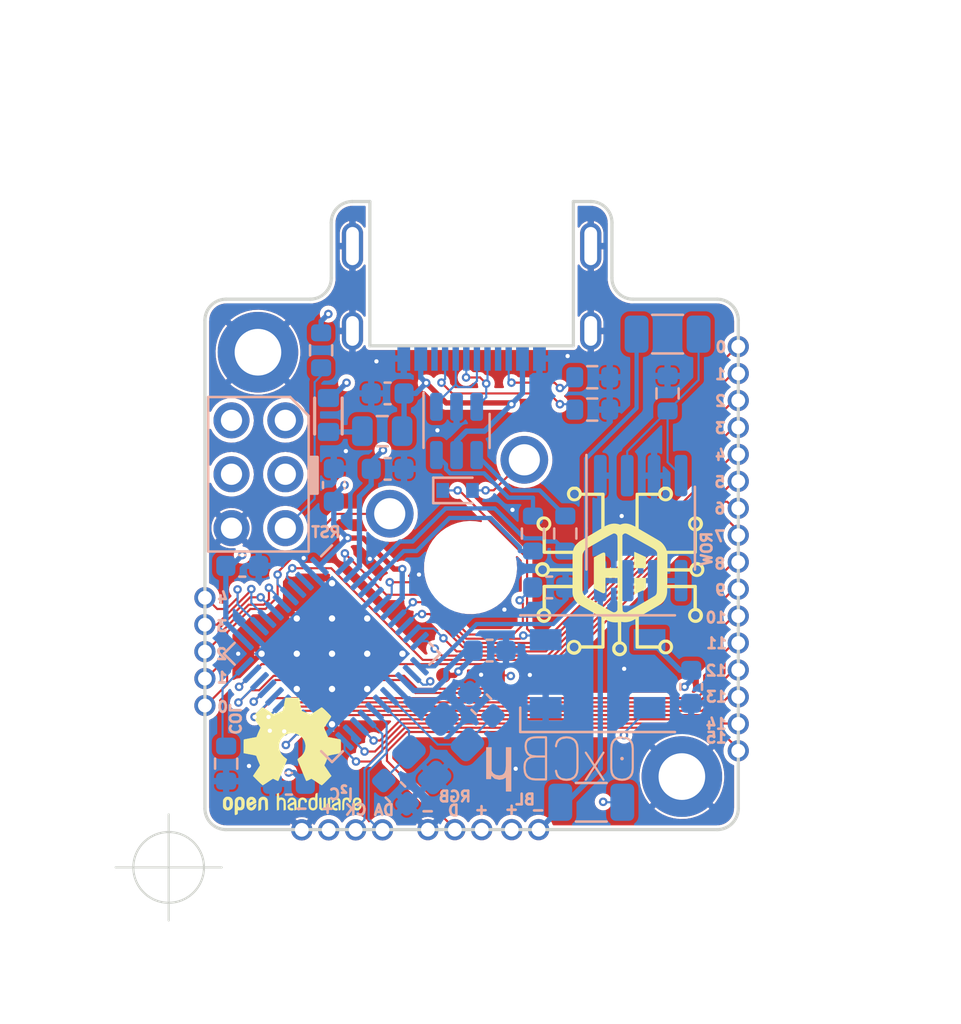
<source format=kicad_pcb>
(kicad_pcb (version 20210606) (generator pcbnew)
  (title_block (title "micro") (date "2021-06-27") (rev "rev1.0") (company "0xCB") (comment 1 "Conor Burns"))
  (layers (0 "F.Cu" mixed) (1 "In1.Cu" mixed) (2 "In2.Cu" mixed) (31 "B.Cu" mixed) (34 "B.Paste" user) (35 "F.Paste" user) (36 "B.SilkS" user "B.Silkscreen") (37 "F.SilkS" user "F.Silkscreen") (38 "B.Mask" user) (39 "F.Mask" user) (44 "Edge.Cuts" user))
  (net 0 "")
  (net 1 "Net-(C1-Pad1)")
  (net 2 "GND")
  (net 3 "VCC")
  (net 4 "Net-(C7-Pad2)")
  (net 5 "Net-(C8-Pad2)")
  (net 6 "Net-(C9-Pad1)")
  (net 7 "Net-(D1-Pad2)")
  (net 8 "RGB")
  (net 9 "RGBO")
  (net 10 "Net-(F1-Pad2)")
  (net 11 "Net-(J1-PadA5)")
  (net 12 "Net-(J1-PadA6)")
  (net 13 "Net-(J1-PadA7)")
  (net 15 "Net-(J1-PadB5)")
  (net 17 "RST")
  (net 18 "Net-(Q1-Pad2)")
  (net 19 "BLD")
  (net 20 "/D-")
  (net 21 "/D+")
  (net 22 "Net-(R5-Pad1)")
  (net 23 "BL")
  (net 24 "SDA")
  (net 26 "/D1+")
  (net 27 "/D1-")
  (net 28 "ROW0")
  (net 29 "ROW3")
  (net 30 "ROW2")
  (net 31 "ROW1")
  (net 32 "COL0")
  (net 33 "SCK")
  (net 34 "ROW9")
  (net 35 "ROW10")
  (net 36 "ROW12")
  (net 37 "ROW11")
  (net 38 "ROW13")
  (net 39 "ROW14")
  (net 40 "ROW4")
  (net 41 "ROW5")
  (net 42 "ROW6")
  (net 43 "ROW7")
  (net 44 "ROW8")
  (net 45 "COL1")
  (net 46 "COL2")
  (net 47 "COL3")
  (net 48 "COL4")
  (net 49 "ROW15")
  (net 50 "Net-(MX1-Pad4)")
  (footprint "Symbol:OSHW-Logo2_7.3x6mm_SilkScreen" (layer "F.Cu") (at 142.83 108.2)
    (fp_text reference "REF**" hide)
    (fp_text value "OSHW-Logo2_7.3x6mm_SilkScreen" hide)
  )
  (footprint "MountingHole:MountingHole_2.2mm_M2_DIN965_Pad_TopBottom" (layer "F.Cu") (at 161.212579 109.159)
    (fp_text reference "H2" hide)
    (fp_text value "MountingHole_Pad" hide)
  )
  (footprint "Connector_PinHeader_1.27mm:PinHeader_1x02_P1.27mm_Vertical" (layer "F.Cu") (at 154.455 111.66 -90)
    (fp_text reference "J3" hide)
    (fp_text value "Conn_01x02" hide)
  )
  (footprint "MountingHole:MountingHole_2.2mm_M2_DIN965_Pad_TopBottom" (layer "F.Cu") (at 141.212579 89.159)
    (fp_text reference "H1" hide)
    (fp_text value "MountingHole_Pad" hide)
  )
  (footprint "0xcb:MXOnly-1U" (layer "F.Cu") (at 151.24 99.31)
    (fp_text reference "MX1")
    (fp_text value "MX-LED")
  )
  (footprint "0xcb:logo" (layer "F.Cu") (at 158.28 99.49)
    (fp_text reference "G***" hide)
    (fp_text value "LOGO" hide)
  )
  (footprint "LED_SMD:LED_WS2812B_PLCC4_5.0x5.0mm_P3.2mm" (layer "B.Cu") (at 157.236579 104.309 180)
    (fp_text reference "D2" hide)
    (fp_text value "WS2812B" hide)
  )
  (footprint "Resistor_SMD:R_0603_1608Metric" (layer "B.Cu") (at 144.192579 89.069 -90)
    (fp_text reference "R6" hide)
    (fp_text value "10k" hide)
  )
  (footprint "Connector_PinHeader_1.27mm:PinHeader_1x04_P1.27mm_Vertical" (layer "B.Cu") (at 147.09 111.67 90)
    (fp_text reference "J5" hide)
    (fp_text value "Conn_01x04" hide)
  )
  (footprint "Resistor_SMD:R_0603_1608Metric" (layer "B.Cu") (at 139.712579 108.549 -90)
    (fp_text reference "R5" hide)
    (fp_text value "10k" hide)
  )
  (footprint "Capacitor_SMD:C_0603_1608Metric" (layer "B.Cu") (at 152.14 103.22)
    (fp_text reference "C4" hide)
    (fp_text value "100n" hide)
  )
  (footprint "Capacitor_SMD:C_0603_1608Metric" (layer "B.Cu") (at 154.950579 100.245)
    (fp_text reference "C9" hide)
    (fp_text value "1u" hide)
  )
  (footprint "Resistor_SMD:R_0603_1608Metric" (layer "B.Cu") (at 160.538579 91.101 90)
    (fp_text reference "R8" hide)
    (fp_text value "10k" hide)
  )
  (footprint "Capacitor_SMD:C_0603_1608Metric" (layer "B.Cu") (at 147.7 109.89 135)
    (fp_text reference "C8" hide)
    (fp_text value "22p" hide)
  )
  (footprint "Capacitor_SMD:C_0603_1608Metric" (layer "B.Cu") (at 147.330579 91.101 180)
    (fp_text reference "C1" hide)
    (fp_text value "10u" hide)
  )
  (footprint "Connector_PinHeader_1.27mm:PinHeader_1x03_P1.27mm_Vertical" (layer "B.Cu") (at 149.23 111.66 -90)
    (fp_text reference "J4" hide)
    (fp_text value "Conn_01x03" hide)
  )
  (footprint "Capacitor_SMD:C_0603_1608Metric" (layer "B.Cu") (at 144.790579 95.419 90)
    (fp_text reference "C6" hide)
    (fp_text value "1u" hide)
  )
  (footprint "Resistor_SMD:R_0603_1608Metric" (layer "B.Cu") (at 155.712579 97.705 -90)
    (fp_text reference "R4" hide)
    (fp_text value "22" hide)
  )
  (footprint "Diode_SMD:D_SOD-523" (layer "B.Cu") (at 150.632579 95.673)
    (fp_text reference "D1" hide)
    (fp_text value "1N4148WT" hide)
  )
  (footprint "0xcb:Ferrite_Bead_0603" (layer "B.Cu") (at 144.536579 92.117 90)
    (fp_text reference "FB1" hide)
    (fp_text value "600R" hide)
  )
  (footprint "0xcb:Crystal_SMD_3225-4Pin_3.2x2.5mm" (layer "B.Cu") (at 149.717987 107.824992 45)
    (fp_text reference "Y1" hide)
    (fp_text value "16MHz" hide)
  )
  (footprint "Resistor_SMD:R_0603_1608Metric" (layer "B.Cu") (at 156.982579 91.863 180)
    (fp_text reference "R1" hide)
    (fp_text value "5.1k" hide)
  )
  (footprint "0xcb:AVR_PROG_2.54_THT" (layer "B.Cu") (at 141.234579 94.911 -90)
    (fp_text reference "J2" hide)
    (fp_text value "ISP" hide)
  )
  (footprint "Capacitor_SMD:C_0603_1608Metric" (layer "B.Cu") (at 140.472579 99.229)
    (fp_text reference "C2" hide)
    (fp_text value "100n" hide)
  )
  (footprint "svg2mod" (layer "B.Cu") (at 156.342579 108.309 180)
    (fp_text reference "0xCB" hide)
    (fp_text value "G***" hide)
  )
  (footprint "Resistor_SMD:R_0603_1608Metric" (layer "B.Cu") (at 156.982579 90.339)
    (fp_text reference "R2" hide)
    (fp_text value "5.1k" hide)
  )
  (footprint "Capacitor_SMD:C_0603_1608Metric" (layer "B.Cu") (at 147.330579 94.657)
    (fp_text reference "C5" hide)
    (fp_text value "100n" hide)
  )
  (footprint "0xcb:QFN-44-1EP_7x7mm_P0.5mm_EP5.2x5.2mm_ThermalVias" (layer "B.Cu") (at 144.706837 103.369291 -135)
    (fp_text reference "U2" hide)
    (fp_text value "ATMEGA32U4" hide)
  )
  (footprint "0xcb:Fuse_0805_2012Metric" (layer "B.Cu") (at 147.076579 92.879 180)
    (fp_text reference "F1" hide)
    (fp_text value "1A" hide)
  )
  (footprint "Connector_PinHeader_1.27mm:PinHeader_1x05_P1.27mm_Vertical" (layer "B.Cu") (at 138.71 105.81)
    (fp_text reference "J6" hide)
    (fp_text value "Conn_01x05" hide)
  )
  (footprint "Capacitor_SMD:C_0603_1608Metric" (layer "B.Cu") (at 142.672579 109.499 180)
    (fp_text reference "C3" hide)
    (fp_text value "100n" hide)
  )
  (footprint "Resistor_SMD:R_0603_1608Metric" (layer "B.Cu") (at 154.188579 97.705 -90)
    (fp_text reference "R3" hide)
    (fp_text value "22" hide)
  )
  (footprint "Capacitor_SMD:C_0603_1608Metric" (layer "B.Cu") (at 151.749987 105.752984 -45)
    (fp_text reference "C7" hide)
    (fp_text value "22p" hide)
  )
  (footprint "Resistor_SMD:R_1206_3216Metric" (layer "B.Cu") (at 160.538579 88.307)
    (fp_text reference "R7" hide)
    (fp_text value "330" hide)
  )
  (footprint "Package_TO_SOT_SMD:SOT-23-6" (layer "B.Cu") (at 150.582579 92.869 -90)
    (fp_text reference "U1" hide)
    (fp_text value "USBLC6-2SC6" hide)
  )
  (footprint "Package_SO:SOIC-8_3.9x4.9mm_P1.27mm" (layer "B.Cu") (at 159.268579 97.451 -90)
    (fp_text reference "Q1" hide)
    (fp_text value "FDS9926A" hide)
  )
  (footprint "svg2mod" (layer "B.Cu") (at 152.572579 108.819 180)
    (fp_text reference "micro" hide)
    (fp_text value "G***" hide)
  )
  (footprint "Resistor_SMD:R_1206_3216Metric" (layer "B.Cu") (at 156.94 110.37 180)
    (fp_text reference "R9" hide)
    (fp_text value "330" hide)
  )
  (footprint "Connector_PinHeader_1.27mm:PinHeader_1x16_P1.27mm_Vertical" (layer "B.Cu") (at 163.872579 88.894 180)
    (fp_text reference "J7" hide)
    (fp_text value "Conn_01x16" hide)
  )
  (footprint "Capacitor_SMD:C_0603_1608Metric" (layer "B.Cu") (at 161.652579 104.929 -90)
    (fp_text reference "C10" hide)
    (fp_text value "100n" hide)
  )
  (footprint "0xcb:HRO-TYPE-C-31-M-13" (layer "B.Cu") (at 151.292579 82.0565)
    (fp_text reference "J1" hide)
    (fp_text value "USB" hide)
    (fp_line (start 4.8 6.8) (end 4.8 0) (layer "Edge.Cuts") (width 0.15))
    (fp_line (start 4.8 6.8) (end -4.8 6.8) (layer "Edge.Cuts") (width 0.15))
    (fp_line (start -4.8 6.8) (end -4.8 0) (layer "Edge.Cuts") (width 0.15))
  )
  (gr_rect (start 144.012579 95.809) (end 143.642579 94.109) (layer "B.SilkS") (width 0.15) (fill solid))
  (gr_line (start 162.874579 111.658987) (end 139.710578 111.659002) (layer "Edge.Cuts") (width 0.15))
  (gr_arc (start 139.710577 87.659003) (end 139.71058 86.659003) (angle -90) (layer "Edge.Cuts") (width 0.15))
  (gr_line (start 138.710577 87.659) (end 138.710581 110.658999) (layer "Edge.Cuts") (width 0.15))
  (gr_line (start 157.915474 83.056106) (end 157.912582 85.658997) (layer "Edge.Cuts") (width 0.15))
  (gr_line (start 156.915471 82.056109) (end 156.092579 82.0565) (layer "Edge.Cuts") (width 0.15))
  (gr_arc (start 158.912582 85.658994) (end 158.912585 86.658994) (angle 90) (layer "Edge.Cuts") (width 0.15))
  (gr_arc (start 145.669684 83.056109) (end 145.669687 82.056109) (angle -90) (layer "Edge.Cuts") (width 0.15))
  (gr_arc (start 162.874578 87.658988) (end 163.874578 87.658991) (angle -90) (layer "Edge.Cuts") (width 0.15))
  (gr_line (start 145.669687 82.056109) (end 146.492579 82.0565) (layer "Edge.Cuts") (width 0.15))
  (gr_arc (start 139.710581 110.659002) (end 138.710581 110.658999) (angle -90) (layer "Edge.Cuts") (width 0.15))
  (gr_arc (start 143.672579 85.658997) (end 143.672576 86.658997) (angle -90) (layer "Edge.Cuts") (width 0.15))
  (gr_line (start 139.71058 86.659003) (end 143.672576 86.658997) (layer "Edge.Cuts") (width 0.15))
  (gr_line (start 163.874578 87.658991) (end 163.874582 110.65899) (layer "Edge.Cuts") (width 0.15))
  (gr_arc (start 156.915474 83.056109) (end 156.915471 82.056109) (angle 90) (layer "Edge.Cuts") (width 0.15))
  (gr_line (start 158.912585 86.658994) (end 162.874581 86.658988) (layer "Edge.Cuts") (width 0.15))
  (gr_line (start 144.669687 83.056109) (end 144.672579 85.659) (layer "Edge.Cuts") (width 0.15))
  (gr_arc (start 162.874582 110.658987) (end 162.874579 111.658987) (angle -90) (layer "Edge.Cuts") (width 0.15))
  (gr_text "COL\n" (at 140.12 106.46 270) (layer "B.SilkS") (effects (font (size 0.5 0.5) (thickness 0.125)) (justify mirror)))
  (gr_text "0" (at 163.052579 88.919) (layer "B.SilkS") (effects (font (size 0.5 0.5) (thickness 0.125)) (justify mirror)))
  (gr_text "1\n" (at 139.52 104.5) (layer "B.SilkS") (effects (font (size 0.5 0.5) (thickness 0.125)) (justify mirror)))
  (gr_text "5" (at 163.002579 95.279) (layer "B.SilkS") (effects (font (size 0.5 0.5) (thickness 0.125)) (justify mirror)))
  (gr_text "6" (at 163.002579 96.529) (layer "B.SilkS") (effects (font (size 0.5 0.5) (thickness 0.125)) (justify mirror)))
  (gr_text "12\n" (at 162.822579 104.169) (layer "B.SilkS") (effects (font (size 0.5 0.5) (thickness 0.125)) (justify mirror)))
  (gr_text "I²C" (at 145.14 110) (layer "B.SilkS") (effects (font (size 0.5 0.5) (thickness 0.125)) (justify mirror)))
  (gr_text "2" (at 139.49 103.39) (layer "B.SilkS") (effects (font (size 0.5 0.5) (thickness 0.125)) (justify mirror)))
  (gr_text "1" (at 163.032579 90.199) (layer "B.SilkS") (effects (font (size 0.5 0.5) (thickness 0.125)) (justify mirror)))
  (gr_text "14\n" (at 162.832579 106.679) (layer "B.SilkS") (effects (font (size 0.5 0.5) (thickness 0.125)) (justify mirror)))
  (gr_text "RST\n" (at 144.42 97.64) (layer "B.SilkS") (effects (font (size 0.5 0.5) (thickness 0.125)) (justify mirror)))
  (gr_text "DA\n" (at 147.16 110.74) (layer "B.SilkS") (effects (font (size 0.5 0.5) (thickness 0.125)) (justify mirror)))
  (gr_text "-\n" (at 149.22 110.76) (layer "B.SilkS") (effects (font (size 0.5 0.5) (thickness 0.125)) (justify mirror)))
  (gr_text "8" (at 163.002579 99.129) (layer "B.SilkS") (effects (font (size 0.5 0.5) (thickness 0.125)) (justify mirror)))
  (gr_text "+\n" (at 144.5 110.64) (layer "B.SilkS") (effects (font (size 0.5 0.5) (thickness 0.125)) (justify mirror)))
  (gr_text "0\n" (at 139.55 105.88) (layer "B.SilkS") (effects (font (size 0.5 0.5) (thickness 0.125)) (justify mirror)))
  (gr_text "CK\n" (at 145.83 110.73) (layer "B.SilkS") (effects (font (size 0.5 0.5) (thickness 0.125)) (justify mirror)))
  (gr_text "4" (at 139.55 100.73) (layer "B.SilkS") (effects (font (size 0.5 0.5) (thickness 0.125)) (justify mirror)))
  (gr_text "4" (at 163.032579 94.009) (layer "B.SilkS") (effects (font (size 0.5 0.5) (thickness 0.125)) (justify mirror)))
  (gr_text "+\n" (at 151.76 110.71) (layer "B.SilkS") (effects (font (size 0.5 0.5) (thickness 0.125)) (justify mirror)))
  (gr_text "BL" (at 153.82 110.24) (layer "B.SilkS") (effects (font (size 0.5 0.5) (thickness 0.125)) (justify mirror)))
  (gr_text "15" (at 162.83 107.33) (layer "B.SilkS") (effects (font (size 0.5 0.5) (thickness 0.125)) (justify mirror)))
  (gr_text "7" (at 163.002579 97.839) (layer "B.SilkS") (effects (font (size 0.5 0.5) (thickness 0.125)) (justify mirror)))
  (gr_text "-\n" (at 154.43 110.72) (layer "B.SilkS") (effects (font (size 0.5 0.5) (thickness 0.125)) (justify mirror)))
  (gr_text "13\n" (at 162.832579 105.399) (layer "B.SilkS") (effects (font (size 0.5 0.5) (thickness 0.125)) (justify mirror)))
  (gr_text "-\n" (at 143.26 110.64) (layer "B.SilkS") (effects (font (size 0.5 0.5) (thickness 0.125)) (justify mirror)))
  (gr_text "RGB" (at 150.5 110.1) (layer "B.SilkS") (effects (font (size 0.5 0.5) (thickness 0.125)) (justify mirror)))
  (gr_text "ROW\n" (at 162.382579 98.429 90) (layer "B.SilkS") (effects (font (size 0.5 0.5) (thickness 0.125)) (justify mirror)))
  (gr_text "2" (at 163.032579 91.459) (layer "B.SilkS") (effects (font (size 0.5 0.5) (thickness 0.125)) (justify mirror)))
  (gr_text "+\n" (at 153.18 110.69) (layer "B.SilkS") (effects (font (size 0.5 0.5) (thickness 0.125)) (justify mirror)))
  (gr_text "11\n" (at 162.852579 102.879) (layer "B.SilkS") (effects (font (size 0.5 0.5) (thickness 0.125)) (justify mirror)))
  (gr_text "D" (at 150.44 110.76) (layer "B.SilkS") (effects (font (size 0.5 0.5) (thickness 0.125)) (justify mirror)))
  (gr_text "3" (at 139.51 102.07) (layer "B.SilkS") (effects (font (size 0.5 0.5) (thickness 0.125)) (justify mirror)))
  (gr_text "9" (at 163.032579 100.369) (layer "B.SilkS") (effects (font (size 0.5 0.5) (thickness 0.125)) (justify mirror)))
  (gr_text "10" (at 162.822579 101.669) (layer "B.SilkS") (effects (font (size 0.5 0.5) (thickness 0.125)) (justify mirror)))
  (gr_text "3" (at 163.022579 92.739) (layer "B.SilkS") (effects (font (size 0.5 0.5) (thickness 0.125)) (justify mirror)))
  (target plus (at 137 113.44) (size 5) (width 0.1) (layer "Edge.Cuts"))
  (segment (start 153.112579 91.549) (end 150.092579 91.549) (width 0.25) (layer "F.Cu") (net 1))
  (segment (start 153.172579 91.609) (end 153.112579 91.549) (width 0.25) (layer "F.Cu") (net 1))
  (segment (start 150.092579 91.549) (end 149.152579 90.609) (width 0.25) (layer "F.Cu") (net 1))
  (via (at 153.172579 91.609) (size 0.4) (drill 0.2) (layers "F.Cu" "B.Cu") (net 1))
  (via (at 149.152579 90.609) (size 0.4) (drill 0.2) (layers "F.Cu" "B.Cu") (net 1))
  (segment (start 153.692579 91.089) (end 153.692579 89.4565) (width 0.25) (layer "B.Cu") (net 1))
  (segment (start 148.105579 92.7875) (end 148.014079 92.879) (width 0.25) (layer "B.Cu") (net 1))
  (segment (start 150.582579 94.0065) (end 150.582579 93.344) (width 0.25) (layer "B.Cu") (net 1))
  (segment (start 148.105579 91.101) (end 148.105579 92.7875) (width 0.25) (layer "B.Cu") (net 1))
  (segment (start 148.892579 90.349) (end 148.892579 89.4565) (width 0.25) (layer "B.Cu") (net 1))
  (segment (start 148.105579 91.101) (end 148.660579 91.101) (width 0.25) (layer "B.Cu") (net 1))
  (segment (start 148.660579 91.101) (end 149.152579 90.609) (width 0.25) (layer "B.Cu") (net 1))
  (segment (start 150.582579 93.344) (end 151.047579 92.879) (width 0.25) (layer "B.Cu") (net 1))
  (segment (start 151.902579 92.879) (end 153.172579 91.609) (width 0.25) (layer "B.Cu") (net 1))
  (segment (start 151.047579 92.879) (end 151.902579 92.879) (width 0.25) (layer "B.Cu") (net 1))
  (segment (start 153.172579 91.609) (end 153.692579 91.089) (width 0.25) (layer "B.Cu") (net 1))
  (segment (start 149.152579 90.609) (end 148.892579 90.349) (width 0.25) (layer "B.Cu") (net 1))
  (via (at 146.49 98.9) (size 0.4) (drill 0.2) (layers "F.Cu" "B.Cu") (net 2))
  (via (at 158.49 104.08) (size 0.4) (drill 0.2) (layers "F.Cu" "B.Cu") (net 2))
  (via (at 158.372579 96.879) (size 0.4) (drill 0.2) (layers "F.Cu" "B.Cu") (net 2))
  (via (at 143.37 98.86) (size 0.4) (drill 0.2) (layers "F.Cu" "B.Cu") (net 2))
  (via (at 140.79 108.66) (size 0.4) (drill 0.2) (layers "F.Cu" "B.Cu") (net 2))
  (via (at 153.22 96.59) (size 0.4) (drill 0.2) (layers "F.Cu" "B.Cu") (net 2))
  (via (at 149.68 92.84) (size 0.4) (drill 0.2) (layers "F.Cu" "B.Cu") (net 2))
  (via (at 152.84 101.29) (size 0.4) (drill 0.2) (layers "F.Cu" "B.Cu") (net 2))
  (via (at 145.36 93.82) (size 0.4) (drill 0.2) (layers "F.Cu" "B.Cu") (net 2))
  (via (at 151.74 104.36) (size 0.4) (drill 0.2) (layers "F.Cu" "B.Cu") (net 2))
  (via (at 155.822579 89.339) (size 0.4) (drill 0.2) (layers "F.Cu" "B.Cu") (net 2))
  (via (at 148.81 99.64) (size 0.4) (drill 0.2) (layers "F.Cu" "B.Cu") (net 2))
  (via (at 154.04 104.37) (size 0.4) (drill 0.2) (layers "F.Cu" "B.Cu") (net 2))
  (via (at 146.802579 89.589) (size 0.4) (drill 0.2) (layers "F.Cu" "B.Cu") (net 2))
  (via (at 140.28 103.37) (size 0.4) (drill 0.2) (layers "F.Cu" "B.Cu") (net 2))
  (via (at 153.372579 108.789) (size 0.4) (drill 0.2) (layers "F.Cu" "B.Cu") (net 2))
  (segment (start 144.114635 107.497027) (end 144.706837 106.904825) (width 0.25) (layer "B.Cu") (net 2))
  (segment (start 144.706837 100.540864) (end 144.706837 103.369291) (width 0.25) (layer "B.Cu") (net 2))
  (segment (start 144.706837 102.662184) (end 144.706837 103.369291) (width 0.25) (layer "B.Cu") (net 2))
  (segment (start 143.761082 99.595109) (end 144.706837 100.540864) (width 0.25) (layer "B.Cu") (net 2))
  (segment (start 144.706837 106.904825) (end 144.706837 103.369291) (width 0.25) (layer "B.Cu") (net 2))
  (segment (start 147.773913 105.022153) (end 146.121051 103.369291) (width 0.25) (layer "B.Cu") (net 2))
  (segment (start 140.932655 102.423536) (end 141.87841 103.369291) (width 0.25) (layer "B.Cu") (net 2))
  (segment (start 146.121051 103.369291) (end 144.706837 103.369291) (width 0.25) (layer "B.Cu") (net 2))
  (segment (start 146.713252 100.655769) (end 144.706837 102.662184) (width 0.25) (layer "B.Cu") (net 2))
  (segment (start 141.87841 103.369291) (end 144.706837 103.369291) (width 0.25) (layer "B.Cu") (net 2))
  (segment (start 149.97 104.39) (end 150.49 104.39) (width 0.25) (layer "F.Cu") (net 3))
  (segment (start 146.179 97.919) (end 145.442579 97.919) (width 0.25) (layer "F.Cu") (net 3))
  (segment (start 147.64 99.38) (end 146.179 97.919) (width 0.25) (layer "F.Cu") (net 3))
  (segment (start 148.02 99.38) (end 147.64 99.38) (width 0.25) (layer "F.Cu") (net 3))
  (segment (start 150.49 104.39) (end 150.67 104.21) (width 0.25) (layer "F.Cu") (net 3))
  (via (at 140.472579 98.721) (size 0.4) (drill 0.2) (layers "F.Cu" "B.Cu") (net 3))
  (via (at 142.662579 108.969) (size 0.4) (drill 0.2) (layers "F.Cu" "B.Cu") (net 3))
  (via (at 145.442579 97.919) (size 0.4) (drill 0.2) (layers "F.Cu" "B.Cu") (net 3))
  (via (at 148.02 99.38) (size 0.4) (drill 0.2) (layers "F.Cu" "B.Cu") (net 3))
  (via (at 145.298579 95.419) (size 0.4) (drill 0.2) (layers "F.Cu" "B.Cu") (net 3))
  (via (at 150.67 104.21) (size 0.4) (drill 0.2) (layers "F.Cu" "B.Cu") (net 3))
  (via (at 147.11 93.78) (size 0.4) (drill 0.2) (layers "F.Cu" "B.Cu") (net 3))
  (via (at 145.392579 90.599) (size 0.4) (drill 0.2) (layers "F.Cu" "B.Cu") (net 3))
  (via (at 144.532579 87.359) (size 0.4) (drill 0.2) (layers "F.Cu" "B.Cu") (net 3))
  (via (at 161.34 104.93) (size 0.4) (drill 0.2) (layers "F.Cu" "B.Cu") (net 3))
  (segment (start 148.02 99.38) (end 148.02 100.741579) (width 0.25) (layer "B.Cu") (net 3))
  (segment (start 150.08 104.15) (end 151.01 103.22) (width 0.25) (layer "B.Cu") (net 3))
  (segment (start 139.964579 99.229) (end 139.697579 99.229) (width 0.25) (layer "B.Cu") (net 3))
  (segment (start 140.472579 98.721) (end 139.964579 99.229) (width 0.25) (layer "B.Cu") (net 3))
  (segment (start 161.34 104.93) (end 161.652579 104.617421) (width 0.25) (layer "B.Cu") (net 3))
  (segment (start 145.43719 97.919) (end 144.114635 99.241555) (width 0.25) (layer "B.Cu") (net 3))
  (segment (start 144.790579 95.927) (end 145.298579 95.419) (width 0.25) (layer "B.Cu") (net 3))
  (segment (start 144.192579 87.699) (end 144.532579 87.359) (width 0.25) (layer "B.Cu") (net 3))
  (segment (start 144.790579 96.194) (end 144.790579 95.927) (width 0.25) (layer "B.Cu") (net 3))
  (segment (start 146.555579 94.334421) (end 147.11 93.78) (width 0.25) (layer "B.Cu") (net 3))
  (segment (start 144.674579 91.317) (end 145.392579 90.599) (width 0.25) (layer "B.Cu") (net 3))
  (segment (start 148.127466 104.6686) (end 148.562385 105.103519) (width 0.25) (layer "B.Cu") (net 3))
  (segment (start 139.697579 101.895567) (end 139.697579 99.229) (width 0.25) (layer "B.Cu") (net 3))
  (segment (start 161.131579 104.154) (end 161.652579 104.154) (width 0.25) (layer "B.Cu") (net 3))
  (segment (start 142.662579 108.969) (end 142.917579 108.969) (width 0.25) (layer "B.Cu") (net 3))
  (segment (start 147.420359 101.34122) (end 147.420359 101.362876) (width 0.25) (layer "B.Cu") (net 3))
  (segment (start 161.652579 104.617421) (end 161.652579 104.154) (width 0.25) (layer "B.Cu") (net 3))
  (segment (start 140.579101 102.777089) (end 139.697579 101.895567) (width 0.25) (layer "B.Cu") (net 3))
  (segment (start 145.442579 97.919) (end 145.43719 97.919) (width 0.25) (layer "B.Cu") (net 3))
  (segment (start 151.365 103.515) (end 151.365 103.22) (width 0.25) (layer "B.Cu") (net 3))
  (segment (start 150.67 104.21) (end 151.365 103.515) (width 0.25) (layer "B.Cu") (net 3))
  (segment (start 144.790579 96.194) (end 144.790579 97.267) (width 0.25) (layer "B.Cu") (net 3))
  (segment (start 143.442545 108.969) (end 143.442545 107.46201) (width 0.25) (layer "B.Cu") (net 3))
  (segment (start 146.555579 95.404421) (end 146.555579 94.657) (width 0.25) (layer "B.Cu") (net 3))
  (segment (start 143.442545 108.969) (end 143.447579 108.974034) (width 0.25) (layer "B.Cu") (net 3))
  (segment (start 143.447579 108.974034) (end 143.447579 109.499) (width 0.25) (layer "B.Cu") (net 3))
  (segment (start 142.917579 108.969) (end 143.447579 109.499) (width 0.25) (layer "B.Cu") (net 3))
  (segment (start 150.08 104.529841) (end 150.08 104.15) (width 0.25) (layer "B.Cu") (net 3))
  (segment (start 146 99.247701) (end 146 95.96) (width 0.25) (layer "B.Cu") (net 3))
  (segment (start 144.790579 97.267) (end 145.442579 97.919) (width 0.25) (layer "B.Cu") (net 3))
  (segment (start 148.562385 105.103519) (end 149.506322 105.103519) (width 0.25) (layer "B.Cu") (net 3))
  (segment (start 151.01 103.22) (end 151.365 103.22) (width 0.25) (layer "B.Cu") (net 3))
  (segment (start 148.02 100.741579) (end 147.420359 101.34122) (width 0.25) (layer "B.Cu") (net 3))
  (segment (start 149.506322 105.103519) (end 150.08 104.529841) (width 0.25) (layer "B.Cu") (net 3))
  (segment (start 145.652592 99.595109) (end 146 99.247701) (width 0.25) (layer "B.Cu") (net 3))
  (segment (start 146.555579 94.657) (end 146.555579 94.334421) (width 0.25) (layer "B.Cu") (net 3))
  (segment (start 144.536579 91.317) (end 144.674579 91.317) (width 0.25) (layer "B.Cu") (net 3))
  (segment (start 159.686579 102.709) (end 161.131579 104.154) (width 0.25) (layer "B.Cu") (net 3))
  (segment (start 143.442545 107.46201) (end 143.761082 107.143473) (width 0.25) (layer "B.Cu") (net 3))
  (segment (start 146 95.96) (end 146.555579 95.404421) (width 0.25) (layer "B.Cu") (net 3))
  (segment (start 144.192579 88.244) (end 144.192579 87.699) (width 0.25) (layer "B.Cu") (net 3))
  (segment (start 147.420359 105.375706) (end 149.692868 107.648215) (width 0.1) (layer "B.Cu") (net 4))
  (segment (start 149.692868 107.648215) (end 151.096845 107.648215) (width 0.1) (layer "B.Cu") (net 4))
  (segment (start 152.297995 106.341) (end 151.096845 107.54215) (width 0.1) (layer "B.Cu") (net 4))
  (segment (start 151.096845 107.54215) (end 151.096845 107.648215) (width 0.1) (layer "B.Cu") (net 4))
  (segment (start 147.076579 109.389) (end 148.277729 108.18785) (width 0.1) (layer "B.Cu") (net 5))
  (segment (start 147.066806 105.72926) (end 148.339129 107.001583) (width 0.1) (layer "B.Cu") (net 5))
  (segment (start 148.339129 107.001583) (end 148.339129 108.001769) (width 0.1) (layer "B.Cu") (net 5))
  (segment (start 148.277729 108.18785) (end 148.277729 108.081785) (width 0.1) (layer "B.Cu") (net 5))
  (segment (start 153.709991 100.999991) (end 153.709991 102.010009) (width 0.1) (layer "F.Cu") (net 6))
  (segment (start 153.25764 102.46236) (end 151.128852 102.46236) (width 0.1) (layer "F.Cu") (net 6))
  (segment (start 153.709991 102.010009) (end 153.25764 102.46236) (width 0.1) (layer "F.Cu") (net 6))
  (segment (start 151.128852 102.46236) (end 148.666492 100) (width 0.1) (layer "F.Cu") (net 6))
  (segment (start 148.666492 100) (end 147.43 100) (width 0.1) (layer "F.Cu") (net 6))
  (segment (start 153.56 100.85) (end 153.709991 100.999991) (width 0.1) (layer "F.Cu") (net 6))
  (via (at 147.43 100) (size 0.4) (drill 0.2) (layers "F.Cu" "B.Cu") (net 6))
  (via (at 153.56 100.85) (size 0.4) (drill 0.2) (layers "F.Cu" "B.Cu") (net 6))
  (segment (start 153.570579 100.85) (end 154.175579 100.245) (width 0.1) (layer "B.Cu") (net 6))
  (segment (start 147.522579 100.589) (end 147.102257 101.009322) (width 0.1) (layer "B.Cu") (net 6))
  (segment (start 147.43 100) (end 147.522579 100.092579) (width 0.1) (layer "B.Cu") (net 6))
  (segment (start 147.102257 101.009322) (end 147.066806 101.009322) (width 0.1) (layer "B.Cu") (net 6))
  (segment (start 147.522579 100.092579) (end 147.522579 100.589) (width 0.1) (layer "B.Cu") (net 6))
  (segment (start 153.56 100.85) (end 153.570579 100.85) (width 0.1) (layer "B.Cu") (net 6))
  (segment (start 151.952579 95.669) (end 152.332579 95.669) (width 0.1) (layer "F.Cu") (net 7))
  (segment (start 152.332579 95.669) (end 153.762579 94.239) (width 0.1) (layer "F.Cu") (net 7))
  (via (at 151.952579 95.669) (size 0.4) (drill 0.2) (layers "F.Cu" "B.Cu") (net 7))
  (segment (start 151.948579 95.673) (end 151.332579 95.673) (width 0.1) (layer "B.Cu") (net 7))
  (segment (start 151.952579 95.669) (end 151.948579 95.673) (width 0.1) (layer "B.Cu") (net 7))
  (segment (start 151.046208 102.66188) (end 153.58002 102.66188) (width 0.1) (layer "F.Cu") (net 8))
  (segment (start 145.313948 98.642576) (end 147.261861 100.590489) (width 0.1) (layer "F.Cu") (net 8))
  (segment (start 148.974817 100.590489) (end 151.046208 102.66188) (width 0.1) (layer "F.Cu") (net 8))
  (segment (start 147.261861 100.590489) (end 148.974817 100.590489) (width 0.1) (layer "F.Cu") (net 8))
  (segment (start 153.58002 102.66188) (end 153.73 102.5119) (width 0.1) (layer "F.Cu") (net 8))
  (via (at 153.73 102.5119) (size 0.4) (drill 0.2) (layers "F.Cu" "B.Cu") (net 8))
  (via (at 145.313948 98.642576) (size 0.4) (drill 0.2) (layers "F.Cu" "B.Cu") (net 8))
  (segment (start 145.313948 98.642576) (end 145.299039 98.657485) (width 0.1) (layer "B.Cu") (net 8))
  (segment (start 145.299039 98.657485) (end 145.299039 99.241555) (width 0.1) (layer "B.Cu") (net 8))
  (segment (start 154.589479 102.5119) (end 154.786579 102.709) (width 0.1) (layer "B.Cu") (net 8))
  (segment (start 153.73 102.5119) (end 154.589479 102.5119) (width 0.1) (layer "B.Cu") (net 8))
  (segment (start 147.3 107.975907) (end 147.3 108.42) (width 0.1) (layer "F.Cu") (net 9))
  (segment (start 158.33002 107.05808) (end 148.217827 107.05808) (width 0.1) (layer "F.Cu") (net 9))
  (segment (start 147.3 108.42) (end 150.488975 111.608975) (width 0.1) (layer "F.Cu") (net 9))
  (segment (start 158.48 107.20806) (end 158.33002 107.05808) (width 0.1) (layer "F.Cu") (net 9))
  (segment (start 148.217827 107.05808) (end 147.3 107.975907) (width 0.1) (layer "F.Cu") (net 9))
  (via (at 158.48 107.20806) (size 0.4) (drill 0.2) (layers "F.Cu" "B.Cu") (net 9))
  (segment (start 158.48 107.20806) (end 158.48 107.115579) (width 0.1) (layer "B.Cu") (net 9))
  (segment (start 158.48 107.115579) (end 159.686579 105.909) (width 0.1) (layer "B.Cu") (net 9))
  (segment (start 146.101079 92.917) (end 146.139079 92.879) (width 0.25) (layer "B.Cu") (net 10))
  (segment (start 144.536579 92.917) (end 146.101079 92.917) (width 0.25) (layer "B.Cu") (net 10))
  (segment (start 154.950579 91.101) (end 155.458579 91.609) (width 0.1) (layer "F.Cu") (net 11))
  (segment (start 150.378579 91.101) (end 154.950579 91.101) (width 0.1) (layer "F.Cu") (net 11))
  (segment (start 149.870579 90.593) (end 150.378579 91.101) (width 0.1) (layer "F.Cu") (net 11))
  (via (at 155.458579 91.609) (size 0.4) (drill 0.2) (layers "F.Cu" "B.Cu") (net 11))
  (via (at 149.870579 90.593) (size 0.4) (drill 0.2) (layers "F.Cu" "B.Cu") (net 11))
  (segment (start 155.903579 91.609) (end 156.157579 91.863) (width 0.1) (layer "B.Cu") (net 11))
  (segment (start 150.042579 89.4565) (end 150.042579 90.421) (width 0.1) (layer "B.Cu") (net 11))
  (segment (start 155.458579 91.609) (end 155.903579 91.609) (width 0.1) (layer "B.Cu") (net 11))
  (segment (start 150.042579 90.421) (end 149.870579 90.593) (width 0.1) (layer "B.Cu") (net 11))
  (segment (start 151.692579 90.349) (end 151.032579 90.349) (width 0.1) (layer "F.Cu") (net 12))
  (segment (start 151.982579 90.639) (end 151.692579 90.349) (width 0.1) (layer "F.Cu") (net 12))
  (via (at 151.982579 90.639) (size 0.4) (drill 0.2) (layers "F.Cu" "B.Cu") (net 12))
  (via (at 151.032579 90.349) (size 0.4) (drill 0.2) (layers "F.Cu" "B.Cu") (net 12))
  (segment (start 152.042579 90.579) (end 152.042579 89.4565) (width 0.1) (layer "B.Cu") (net 12))
  (segment (start 151.042579 90.339) (end 151.042579 89.4565) (width 0.1) (layer "B.Cu") (net 12))
  (segment (start 151.032579 90.349) (end 151.042579 90.339) (width 0.1) (layer "B.Cu") (net 12))
  (segment (start 151.982579 91.2815) (end 151.532579 91.7315) (width 0.1) (layer "B.Cu") (net 12))
  (segment (start 151.982579 90.639) (end 151.982579 91.2815) (width 0.1) (layer "B.Cu") (net 12))
  (segment (start 151.982579 90.639) (end 152.042579 90.579) (width 0.1) (layer "B.Cu") (net 12))
  (segment (start 150.663235 90.799) (end 150.542579 90.678344) (width 0.1) (layer "B.Cu") (net 13))
  (segment (start 150.542579 90.679) (end 150.302099 90.91948) (width 0.1) (layer "B.Cu") (net 13))
  (segment (start 151.542579 89.4565) (end 151.542579 90.519) (width 0.1) (layer "B.Cu") (net 13))
  (segment (start 151.262579 90.799) (end 150.663235 90.799) (width 0.1) (layer "B.Cu") (net 13))
  (segment (start 150.542579 89.4565) (end 150.542579 90.678344) (width 0.1) (layer "B.Cu") (net 13))
  (segment (start 150.302099 90.91948) (end 150.301443 90.91948) (width 0.1) (layer "B.Cu") (net 13))
  (segment (start 150.542579 90.678344) (end 150.542579 90.679) (width 0.1) (layer "B.Cu") (net 13))
  (segment (start 149.632579 91.588344) (end 149.632579 91.7315) (width 0.1) (layer "B.Cu") (net 13))
  (segment (start 151.542579 90.519) (end 151.262579 90.799) (width 0.1) (layer "B.Cu") (net 13))
  (segment (start 150.301443 90.91948) (end 149.632579 91.588344) (width 0.1) (layer "B.Cu") (net 13))
  (segment (start 153.172579 90.593) (end 155.204579 90.593) (width 0.1) (layer "F.Cu") (net 15))
  (segment (start 155.204579 90.593) (end 155.458579 90.847) (width 0.1) (layer "F.Cu") (net 15))
  (via (at 153.172579 90.593) (size 0.4) (drill 0.2) (layers "F.Cu" "B.Cu") (net 15))
  (via (at 155.458579 90.847) (size 0.4) (drill 0.2) (layers "F.Cu" "B.Cu") (net 15))
  (segment (start 155.458579 90.847) (end 155.649579 90.847) (width 0.1) (layer "B.Cu") (net 15))
  (segment (start 153.042579 89.4565) (end 153.042579 90.463) (width 0.1) (layer "B.Cu") (net 15))
  (segment (start 153.042579 90.463) (end 153.172579 90.593) (width 0.1) (layer "B.Cu") (net 15))
  (segment (start 155.649579 90.847) (end 156.157579 90.339) (width 0.1) (layer "B.Cu") (net 15))
  (via (at 149.34 104.669491) (size 0.4) (drill 0.2) (layers "F.Cu" "B.Cu") (net 17))
  (segment (start 143.887059 96.06852) (end 142.504579 97.451) (width 0.1) (layer "B.Cu") (net 17))
  (segment (start 143.767579 89.839) (end 144.137579 89.839) (width 0.1) (layer "B.Cu") (net 17))
  (segment (start 143.887059 90.56952) (end 143.887059 96.06852) (width 0.1) (layer "B.Cu") (net 17))
  (segment (start 144.377579 90.079) (end 143.887059 90.56952) (width 0.1) (layer "B.Cu") (net 17))
  (segment (start 148.994973 104.829) (end 149.180491 104.829) (width 0.1) (layer "B.Cu") (net 17))
  (segment (start 148.994973 104.829) (end 148.481019 104.315046) (width 0.1) (layer "B.Cu") (net 17))
  (segment (start 144.137579 89.839) (end 144.377579 90.079) (width 0.1) (layer "B.Cu") (net 17))
  (segment (start 149.180491 104.829) (end 149.34 104.669491) (width 0.1) (layer "B.Cu") (net 17))
  (segment (start 158.633579 94.976) (end 158.633579 93.831) (width 0.1) (layer "B.Cu") (net 18))
  (segment (start 160.538579 91.926) (end 160.538579 94.341) (width 0.1) (layer "B.Cu") (net 18))
  (segment (start 160.538579 91.926) (end 162.001079 90.4635) (width 0.1) (layer "B.Cu") (net 18))
  (segment (start 162.001079 90.4635) (end 162.001079 88.307) (width 0.1) (layer "B.Cu") (net 18))
  (segment (start 158.633579 93.831) (end 160.538579 91.926) (width 0.1) (layer "B.Cu") (net 18))
  (segment (start 160.538579 94.341) (end 161.173579 94.976) (width 0.1) (layer "B.Cu") (net 18))
  (segment (start 155.4775 110.6625) (end 154.935 111.205) (width 0.25) (layer "B.Cu") (net 19))
  (segment (start 154.606028 111.533972) (end 154.455 111.533972) (width 0.25) (layer "B.Cu") (net 19))
  (segment (start 157.363579 108.776421) (end 154.935 111.205) (width 0.25) (layer "B.Cu") (net 19))
  (segment (start 155.4775 110.37) (end 155.4775 110.6625) (width 0.25) (layer "B.Cu") (net 19))
  (segment (start 161.173579 99.926) (end 157.363579 99.926) (width 0.25) (layer "B.Cu") (net 19))
  (segment (start 154.455 111.3925) (end 154.455 111.533972) (width 0.25) (layer "B.Cu") (net 19))
  (segment (start 157.363579 99.926) (end 157.363579 108.776421) (width 0.25) (layer "B.Cu") (net 19))
  (segment (start 154.935 111.205) (end 154.606028 111.533972) (width 0.25) (layer "B.Cu") (net 19))
  (segment (start 150.082579 94.670368) (end 150.280731 94.86852) (width 0.2) (layer "B.Cu") (net 20))
  (segment (start 153.027555 96.013502) (end 154.188579 96.013502) (width 0.2) (layer "B.Cu") (net 20))
  (segment (start 149.632579 94.0065) (end 150.082579 94.4565) (width 0.2) (layer "B.Cu") (net 20))
  (segment (start 150.280731 94.86852) (end 151.882573 94.86852) (width 0.2) (layer "B.Cu") (net 20))
  (segment (start 154.188579 96.013502) (end 154.188579 96.88) (width 0.2) (layer "B.Cu") (net 20))
  (segment (start 151.882573 94.86852) (end 153.027555 96.013502) (width 0.2) (layer "B.Cu") (net 20))
  (segment (start 150.082579 94.4565) (end 150.082579 94.670368) (width 0.2) (layer "B.Cu") (net 20))
  (segment (start 153.195079 95.669) (end 154.501579 95.669) (width 0.2) (layer "B.Cu") (net 21))
  (segment (start 151.532579 94.0065) (end 153.195079 95.669) (width 0.2) (layer "B.Cu") (net 21))
  (segment (start 154.501579 95.669) (end 155.712579 96.88) (width 0.2) (layer "B.Cu") (net 21))
  (segment (start 139.542579 104.998015) (end 139.542579 107.554) (width 0.1) (layer "B.Cu") (net 22))
  (segment (start 139.542579 107.554) (end 139.712579 107.724) (width 0.1) (layer "B.Cu") (net 22))
  (segment (start 140.579101 103.961493) (end 139.542579 104.998015) (width 0.1) (layer "B.Cu") (net 22))
  (segment (start 151.532566 101.97) (end 149.541073 103.961493) (width 0.2) (layer "B.Cu") (net 23))
  (segment (start 159.076079 91.787132) (end 156.69 94.173211) (width 0.2) (layer "B.Cu") (net 23))
  (segment (start 159.076079 88.307) (end 159.076079 91.787132) (width 0.2) (layer "B.Cu") (net 23))
  (segment (start 156.69 94.173211) (end 156.69 100.42) (width 0.2) (layer "B.Cu") (net 23))
  (segment (start 155.14 101.97) (end 151.532566 101.97) (width 0.2) (layer "B.Cu") (net 23))
  (segment (start 156.69 100.42) (end 155.14 101.97) (width 0.2) (layer "B.Cu") (net 23))
  (segment (start 149.541073 103.961493) (end 148.834573 103.961493) (width 0.2) (layer "B.Cu") (net 23))
  (segment (start 146.436596 108.897147) (end 146.436596 111.156596) (width 0.1) (layer "B.Cu") (net 24))
  (segment (start 146.713252 106.082813) (end 147.282099 106.65166) (width 0.1) (layer "B.Cu") (net 24))
  (segment (start 147.282099 108.051644) (end 146.436596 108.897147) (width 0.1) (layer "B.Cu") (net 24))
  (segment (start 146.436596 111.156596) (end 146.888977 111.608977) (width 0.1) (layer "B.Cu") (net 24))
  (segment (start 146.888977 111.608977) (end 147.09 111.608977) (width 0.1) (layer "B.Cu") (net 24))
  (segment (start 147.282099 106.65166) (end 147.282099 108.051644) (width 0.1) (layer "B.Cu") (net 24))
  (segment (start 153.57 98.346666) (end 152.194914 96.971579) (width 0.2) (layer "B.Cu") (net 26))
  (segment (start 148.691824 98.53) (end 148.09656 98.53) (width 0.2) (layer "B.Cu") (net 26))
  (segment (start 150.250244 96.97158) (end 148.691824 98.53) (width 0.2) (layer "B.Cu") (net 26))
  (segment (start 154.188579 98.53) (end 153.57 98.53) (width 0.2) (layer "B.Cu") (net 26))
  (segment (start 148.09656 98.53) (end 146.359699 100.266861) (width 0.2) (layer "B.Cu") (net 26))
  (segment (start 153.57 98.53) (end 153.57 98.346666) (width 0.2) (layer "B.Cu") (net 26))
  (segment (start 152.194914 96.971579) (end 150.250244 96.97158) (width 0.2) (layer "B.Cu") (net 26))
  (segment (start 146.359699 100.266861) (end 146.359699 100.302215) (width 0.2) (layer "B.Cu") (net 26))
  (segment (start 154.785657 98.08) (end 154.636137 97.93048) (width 0.2) (layer "B.Cu") (net 27))
  (segment (start 150.063852 96.521588) (end 148.50544 98.08) (width 0.2) (layer "B.Cu") (net 27))
  (segment (start 154.636137 97.93048) (end 153.790198 97.93048) (width 0.2) (layer "B.Cu") (net 27))
  (segment (start 148.50544 98.08) (end 147.910162 98.08) (width 0.2) (layer "B.Cu") (net 27))
  (segment (start 146.0415 99.948662) (end 146.006146 99.948662) (width 0.2) (layer "B.Cu") (net 27))
  (segment (start 155.262579 98.08) (end 154.785657 98.08) (width 0.2) (layer "B.Cu") (net 27))
  (segment (start 152.381306 96.521588) (end 150.063852 96.521588) (width 0.2) (layer "B.Cu") (net 27))
  (segment (start 153.790198 97.93048) (end 152.381306 96.521588) (width 0.2) (layer "B.Cu") (net 27))
  (segment (start 147.910162 98.08) (end 146.0415 99.948662) (width 0.2) (layer "B.Cu") (net 27))
  (segment (start 155.712579 98.53) (end 155.262579 98.08) (width 0.2) (layer "B.Cu") (net 27))
  (segment (start 154.573784 102.8614) (end 153.909511 102.197127) (width 0.1) (layer "F.Cu") (net 28))
  (segment (start 155.792579 101.701159) (end 162.264988 95.22875) (width 0.1) (layer "F.Cu") (net 28))
  (segment (start 149.042164 100.94) (end 150.963564 102.8614) (width 0.1) (layer "F.Cu") (net 28))
  (segment (start 154.632338 102.8614) (end 154.573784 102.8614) (width 0.1) (layer "F.Cu") (net 28))
  (segment (start 150.963564 102.8614) (end 154.632338 102.8614) (width 0.1) (layer "F.Cu") (net 28))
  (segment (start 162.664028 92.807749) (end 162.664028 90.05453) (width 0.1) (layer "F.Cu") (net 28))
  (segment (start 148.52 100.94) (end 149.042164 100.94) (width 0.1) (layer "F.Cu") (net 28))
  (segment (start 162.264988 95.22875) (end 162.264988 93.206789) (width 0.1) (layer "F.Cu") (net 28))
  (segment (start 162.664028 90.05453) (end 163.824558 88.894) (width 0.1) (layer "F.Cu") (net 28))
  (segment (start 154.632338 102.8614) (end 155.792579 101.701159) (width 0.1) (layer "F.Cu") (net 28))
  (segment (start 153.909511 98.869511) (end 150.713 95.673) (width 0.1) (layer "F.Cu") (net 28))
  (segment (start 153.909511 102.197127) (end 153.909511 98.869511) (width 0.1) (layer "F.Cu") (net 28))
  (segment (start 162.264988 93.206789) (end 162.664028 92.807749) (width 0.1) (layer "F.Cu") (net 28))
  (segment (start 150.713 95.673) (end 150.632579 95.673) (width 0.1) (layer "F.Cu") (net 28))
  (via (at 150.632579 95.673) (size 0.4) (drill 0.2) (layers "F.Cu" "B.Cu") (net 28))
  (via (at 148.52 100.94) (size 0.4) (drill 0.2) (layers "F.Cu" "B.Cu") (net 28))
  (segment (start 148.52 100.970342) (end 147.773913 101.716429) (width 0.1) (layer "B.Cu") (net 28))
  (segment (start 148.52 100.94) (end 148.52 100.970342) (width 0.1) (layer "B.Cu") (net 28))
  (segment (start 149.932579 95.673) (end 150.632579 95.673) (width 0.1) (layer "B.Cu") (net 28))
  (segment (start 154.88027 103.45996) (end 162.863548 95.476682) (width 0.1) (layer "F.Cu") (net 29))
  (segment (start 162.863548 95.476682) (end 162.863548 93.50101) (width 0.1) (layer "F.Cu") (net 29))
  (segment (start 149.552579 103.129) (end 149.883539 103.45996) (width 0.1) (layer "F.Cu") (net 29))
  (segment (start 149.883539 103.45996) (end 154.88027 103.45996) (width 0.1) (layer "F.Cu") (net 29))
  (segment (start 162.863548 93.50101) (end 163.660558 92.704) (width 0.1) (layer "F.Cu") (net 29))
  (via (at 149.552579 103.129) (size 0.4) (drill 0.2) (layers "F.Cu" "B.Cu") (net 29))
  (segment (start 149.552579 103.129) (end 149.200668 102.777089) (width 0.1) (layer "B.Cu") (net 29))
  (segment (start 149.200668 102.777089) (end 148.834573 102.777089) (width 0.1) (layer "B.Cu") (net 29))
  (segment (start 150.584019 103.26044) (end 154.797626 103.26044) (width 0.1) (layer "F.Cu") (net 30))
  (segment (start 162.664028 95.394038) (end 162.664028 93.372077) (width 0.1) (layer "F.Cu") (net 30))
  (segment (start 149.962579 102.639) (end 150.584019 103.26044) (width 0.1) (layer "F.Cu") (net 30))
  (segment (start 163.063068 92.973037) (end 163.063068 92.03149) (width 0.1) (layer "F.Cu") (net 30))
  (segment (start 154.797626 103.26044) (end 162.664028 95.394038) (width 0.1) (layer "F.Cu") (net 30))
  (segment (start 162.664028 93.372077) (end 163.063068 92.973037) (width 0.1) (layer "F.Cu") (net 30))
  (segment (start 163.063068 92.03149) (end 163.660558 91.434) (width 0.1) (layer "F.Cu") (net 30))
  (via (at 149.962579 102.639) (size 0.4) (drill 0.2) (layers "F.Cu" "B.Cu") (net 30))
  (segment (start 149.503578 102.179999) (end 148.724556 102.179999) (width 0.1) (layer "B.Cu") (net 30))
  (segment (start 148.724556 102.179999) (end 148.481019 102.423536) (width 0.1) (layer "B.Cu") (net 30))
  (segment (start 149.962579 102.639) (end 149.503578 102.179999) (width 0.1) (layer "B.Cu") (net 30))
  (segment (start 162.863548 90.91101) (end 162.863548 92.890393) (width 0.1) (layer "F.Cu") (net 31))
  (segment (start 149.319 101.499) (end 148.952579 101.499) (width 0.1) (layer "F.Cu") (net 31))
  (segment (start 162.464508 93.289433) (end 162.464508 95.311394) (width 0.1) (layer "F.Cu") (net 31))
  (segment (start 162.863548 92.890393) (end 162.464508 93.289433) (width 0.1) (layer "F.Cu") (net 31))
  (segment (start 162.464508 95.311394) (end 154.714982 103.06092) (width 0.1) (layer "F.Cu") (net 31))
  (segment (start 150.88092 103.06092) (end 149.319 101.499) (width 0.1) (layer "F.Cu") (net 31))
  (segment (start 154.714982 103.06092) (end 150.88092 103.06092) (width 0.1) (layer "F.Cu") (net 31))
  (segment (start 163.635558 90.139) (end 162.863548 90.91101) (width 0.1) (layer "F.Cu") (net 31))
  (via (at 148.952579 101.499) (size 0.4) (drill 0.2) (layers "F.Cu" "B.Cu") (net 31))
  (segment (start 148.952579 101.499) (end 148.698448 101.499) (width 0.1) (layer "B.Cu") (net 31))
  (segment (start 148.698448 101.499) (end 148.127466 102.069982) (width 0.1) (layer "B.Cu") (net 31))
  (segment (start 142.14 100.686447) (end 141.567416 101.259031) (width 0.1) (layer "F.Cu") (net 32))
  (segment (start 142.14 99.535716) (end 143.11048 98.565236) (width 0.1) (layer "F.Cu") (net 32))
  (segment (start 139.758551 104.812049) (end 138.7606 105.81) (width 0.1) (layer "F.Cu") (net 32))
  (segment (start 139.758551 102.357941) (end 139.758551 104.812049) (width 0.1) (layer "F.Cu") (net 32))
  (segment (start 141.567416 101.259031) (end 140.857461 101.259031) (width 0.1) (layer "F.Cu") (net 32))
  (segment (start 143.11048 98.565236) (end 143.124764 98.565236) (width 0.1) (layer "F.Cu") (net 32))
  (segment (start 144.911 96.779) (end 147.412579 96.779) (width 0.1) (layer "F.Cu") (net 32))
  (segment (start 142.14 99.64) (end 142.14 100.686447) (width 0.1) (layer "F.Cu") (net 32))
  (segment (start 143.124764 98.565236) (end 144.911 96.779) (width 0.1) (layer "F.Cu") (net 32))
  (segment (start 140.857461 101.259031) (end 139.758551 102.357941) (width 0.1) (layer "F.Cu") (net 32))
  (segment (start 142.14 99.64) (end 142.14 99.535716) (width 0.1) (layer "F.Cu") (net 32))
  (via (at 142.14 99.64) (size 0.4) (drill 0.2) (layers "F.Cu" "B.Cu") (net 32))
  (segment (start 142.14 100.095347) (end 142.700422 100.655769) (width 0.1) (layer "B.Cu") (net 32))
  (segment (start 142.14 99.64) (end 142.14 100.095347) (width 0.1) (layer "B.Cu") (net 32))
  (segment (start 146.237076 108.814504) (end 146.237076 111.191902) (width 0.1) (layer "B.Cu") (net 33))
  (segment (start 146.237076 111.191902) (end 145.82 111.608978) (width 0.1) (layer "B.Cu") (net 33))
  (segment (start 146.359699 106.436367) (end 147.082579 107.159247) (width 0.1) (layer "B.Cu") (net 33))
  (segment (start 147.082579 107.969) (end 146.237076 108.814504) (width 0.1) (layer "B.Cu") (net 33))
  (segment (start 147.082579 107.159247) (end 147.082579 107.969) (width 0.1) (layer "B.Cu") (net 33))
  (segment (start 142.400139 105.66144) (end 162.00856 105.66144) (width 0.1) (layer "F.Cu") (net 34))
  (segment (start 162.464511 104.483555) (end 162.824028 104.124038) (width 0.1) (layer "F.Cu") (net 34))
  (segment (start 162.464508 105.205492) (end 162.464511 104.483555) (width 0.1) (layer "F.Cu") (net 34))
  (segment (start 162.824028 101.16053) (end 163.660558 100.324) (width 0.1) (layer "F.Cu") (net 34))
  (segment (start 162.824028 104.124038) (end 162.824028 101.16053) (width 0.1) (layer "F.Cu") (net 34))
  (segment (start 141.712579 106.349) (end 142.400139 105.66144) (width 0.1) (layer "F.Cu") (net 34))
  (segment (start 162.00856 105.66144) (end 162.464508 105.205492) (width 0.1) (layer "F.Cu") (net 34))
  (via (at 141.712579 106.349) (size 0.4) (drill 0.2) (layers "F.Cu" "B.Cu") (net 34))
  (segment (start 141.712579 106.349) (end 142.332319 105.72926) (width 0.1) (layer "B.Cu") (net 34))
  (segment (start 142.332319 105.72926) (end 142.346868 105.72926) (width 0.1) (layer "B.Cu") (net 34))
  (segment (start 162.091204 105.86096) (end 162.664027 105.288137) (width 0.1) (layer "F.Cu") (net 35))
  (segment (start 141.772579 106.999) (end 142.910619 105.86096) (width 0.1) (layer "F.Cu") (net 35))
  (segment (start 142.910619 105.86096) (end 162.091204 105.86096) (width 0.1) (layer "F.Cu") (net 35))
  (segment (start 163.023548 104.206682) (end 163.023548 102.23101) (width 0.1) (layer "F.Cu") (net 35))
  (segment (start 162.66403 104.5662) (end 163.023548 104.206682) (width 0.1) (layer "F.Cu") (net 35))
  (segment (start 162.664027 105.288137) (end 162.66403 104.5662) (width 0.1) (layer "F.Cu") (net 35))
  (segment (start 163.023548 102.23101) (end 163.660558 101.594) (width 0.1) (layer "F.Cu") (net 35))
  (via (at 141.772579 106.999) (size 0.4) (drill 0.2) (layers "F.Cu" "B.Cu") (net 35))
  (segment (start 141.772579 106.999) (end 142.688766 106.082813) (width 0.1) (layer "B.Cu") (net 35))
  (segment (start 142.688766 106.082813) (end 142.700422 106.082813) (width 0.1) (layer "B.Cu") (net 35))
  (segment (start 163.063068 104.73149) (end 163.660558 104.134) (width 0.1) (layer "F.Cu") (net 36))
  (segment (start 163.063067 105.453425) (end 163.063068 104.73149) (width 0.1) (layer "F.Cu") (net 36))
  (segment (start 143.94 106.26) (end 162.256492 106.26) (width 0.1) (layer "F.Cu") (net 36))
  (segment (start 142.53 107.67) (end 143.94 106.26) (width 0.1) (layer "F.Cu") (net 36))
  (segment (start 162.256492 106.26) (end 163.063067 105.453425) (width 0.1) (layer "F.Cu") (net 36))
  (via (at 142.53 107.67) (size 0.4) (drill 0.2) (layers "F.Cu" "B.Cu") (net 36))
  (segment (start 142.53 107.67) (end 142.53 107.667448) (width 0.1) (layer "B.Cu") (net 36))
  (segment (start 142.53 107.667448) (end 143.407528 106.78992) (width 0.1) (layer "B.Cu") (net 36))
  (segment (start 163.223068 104.289326) (end 163.223068 103.30149) (width 0.1) (layer "F.Cu") (net 37))
  (segment (start 162.173848 106.06048) (end 162.863547 105.370781) (width 0.1) (layer "F.Cu") (net 37))
  (segment (start 162.863547 105.370781) (end 162.863549 104.648845) (width 0.1) (layer "F.Cu") (net 37))
  (segment (start 162.863549 104.648845) (end 163.223068 104.289326) (width 0.1) (layer "F.Cu") (net 37))
  (segment (start 143.421099 106.06048) (end 162.173848 106.06048) (width 0.1) (layer "F.Cu") (net 37))
  (segment (start 142.452579 107.029) (end 143.421099 106.06048) (width 0.1) (layer "F.Cu") (net 37))
  (segment (start 163.223068 103.30149) (end 163.660558 102.864) (width 0.1) (layer "F.Cu") (net 37))
  (via (at 142.452579 107.029) (size 0.4) (drill 0.2) (layers "F.Cu" "B.Cu") (net 37))
  (segment (start 143.045212 106.436367) (end 143.053975 106.436367) (width 0.1) (layer "B.Cu") (net 37))
  (segment (start 142.452579 107.029) (end 143.045212 106.436367) (width 0.1) (layer "B.Cu") (net 37))
  (segment (start 146.67 107.46) (end 146.969415 107.46) (width 0.1) (layer "F.Cu") (net 38))
  (segment (start 163.394656 105.404) (end 163.660558 105.404) (width 0.1) (layer "F.Cu") (net 38))
  (segment (start 147.969895 106.45952) (end 162.339137 106.459519) (width 0.1) (layer "F.Cu") (net 38))
  (segment (start 162.339137 106.459519) (end 163.394656 105.404) (width 0.1) (layer "F.Cu") (net 38))
  (segment (start 146.969415 107.46) (end 147.969895 106.45952) (width 0.1) (layer "F.Cu") (net 38))
  (via (at 146.67 107.46) (size 0.4) (drill 0.2) (layers "F.Cu" "B.Cu") (net 38))
  (segment (start 146.262099 107.045873) (end 146.006146 106.78992) (width 0.1) (layer "B.Cu") (net 38))
  (segment (start 146.67 107.46) (end 146.262099 107.052099) (width 0.1) (layer "B.Cu") (net 38))
  (segment (start 146.262099 107.052099) (end 146.262099 107.045873) (width 0.1) (layer "B.Cu") (net 38))
  (segment (start 148.052539 106.65904) (end 162.741201 106.659038) (width 0.1) (layer "F.Cu") (net 39))
  (segment (start 163.645598 106.65904) (end 163.660558 106.674) (width 0.1) (layer "F.Cu") (net 39))
  (segment (start 146.732579 107.979) (end 148.052539 106.65904) (width 0.1) (layer "F.Cu") (net 39))
  (segment (start 162.741201 106.659038) (end 162.741203 106.65904) (width 0.1) (layer "F.Cu") (net 39))
  (segment (start 162.741203 106.65904) (end 163.645598 106.65904) (width 0.1) (layer "F.Cu") (net 39))
  (segment (start 146.242579 107.979) (end 146.732579 107.979) (width 0.1) (layer "F.Cu") (net 39))
  (via (at 146.242579 107.979) (size 0.4) (drill 0.2) (layers "F.Cu" "B.Cu") (net 39))
  (segment (start 146.242579 107.979) (end 145.652592 107.389013) (width 0.1) (layer "B.Cu") (net 39))
  (segment (start 145.652592 107.389013) (end 145.652592 107.143473) (width 0.1) (layer "B.Cu") (net 39))
  (segment (start 144.67 99.34) (end 148.98948 103.65948) (width 0.1) (layer "F.Cu") (net 40))
  (segment (start 163.063068 95.559326) (end 163.063068 94.57149) (width 0.1) (layer "F.Cu") (net 40))
  (segment (start 163.063068 94.57149) (end 163.660558 93.974) (width 0.1) (layer "F.Cu") (net 40))
  (segment (start 148.98948 103.65948) (end 154.962914 103.65948) (width 0.1) (layer "F.Cu") (net 40))
  (segment (start 142.83 99.34) (end 144.67 99.34) (width 0.1) (layer "F.Cu") (net 40))
  (segment (start 154.962914 103.65948) (end 163.063068 95.559326) (width 0.1) (layer "F.Cu") (net 40))
  (via (at 142.83 99.34) (size 0.4) (drill 0.2) (layers "F.Cu" "B.Cu") (net 40))
  (segment (start 143.053975 100.250396) (end 143.053975 100.302215) (width 0.1) (layer "B.Cu") (net 40))
  (segment (start 142.83 99.34) (end 142.592579 99.577421) (width 0.1) (layer "B.Cu") (net 40))
  (segment (start 142.592579 99.789) (end 143.053975 100.250396) (width 0.1) (layer "B.Cu") (net 40))
  (segment (start 142.592579 99.577421) (end 142.592579 99.789) (width 0.1) (layer "B.Cu") (net 40))
  (segment (start 141.392579 103.859) (end 155.045558 103.859) (width 0.1) (layer "F.Cu") (net 41))
  (segment (start 155.045558 103.859) (end 163.660558 95.244) (width 0.1) (layer "F.Cu") (net 41))
  (segment (start 140.322579 104.929) (end 141.392579 103.859) (width 0.1) (layer "F.Cu") (net 41))
  (via (at 140.322579 104.929) (size 0.4) (drill 0.2) (layers "F.Cu" "B.Cu") (net 41))
  (segment (start 140.322579 104.929) (end 140.322579 104.925122) (width 0.1) (layer "B.Cu") (net 41))
  (segment (start 140.322579 104.925122) (end 140.932655 104.315046) (width 0.1) (layer "B.Cu") (net 41))
  (segment (start 140.292579 105.669) (end 140.871579 105.09) (width 0.1) (layer "F.Cu") (net 42))
  (segment (start 141.269415 105.09) (end 141.948936 104.41048) (width 0.1) (layer "F.Cu") (net 42))
  (segment (start 142.114224 104.410481) (end 148.112645 104.410481) (width 0.1) (layer "F.Cu") (net 42))
  (segment (start 140.871579 105.09) (end 141.269415 105.09) (width 0.1) (layer "F.Cu") (net 42))
  (segment (start 148.721155 105.018991) (end 154.167731 105.018991) (width 0.1) (layer "F.Cu") (net 42))
  (segment (start 162.980423 96.206299) (end 163.352857 96.206299) (width 0.1) (layer "F.Cu") (net 42))
  (segment (start 163.352857 96.206299) (end 163.660558 96.514) (width 0.1) (layer "F.Cu") (net 42))
  (segment (start 141.948936 104.41048) (end 142.114224 104.410481) (width 0.1) (layer "F.Cu") (net 42))
  (segment (start 148.112645 104.410481) (end 148.721155 105.018991) (width 0.1) (layer "F.Cu") (net 42))
  (segment (start 154.167731 105.018991) (end 162.980423 96.206299) (width 0.1) (layer "F.Cu") (net 42))
  (via (at 140.292579 105.669) (size 0.4) (drill 0.2) (layers "F.Cu" "B.Cu") (net 42))
  (segment (start 140.292579 105.662229) (end 141.286208 104.6686) (width 0.1) (layer "B.Cu") (net 42))
  (segment (start 140.292579 105.669) (end 140.292579 105.662229) (width 0.1) (layer "B.Cu") (net 42))
  (segment (start 163.660558 97.360558) (end 163.660558 97.784) (width 0.1) (layer "F.Cu") (net 43))
  (segment (start 148.638512 105.218511) (end 154.250374 105.218511) (width 0.1) (layer "F.Cu") (net 43))
  (segment (start 162.778885 96.69) (end 162.99 96.69) (width 0.1) (layer "F.Cu") (net 43))
  (segment (start 154.250374 105.218511) (end 162.778885 96.69) (width 0.1) (layer "F.Cu") (net 43))
  (segment (start 148.03 104.61) (end 148.638512 105.218511) (width 0.1) (layer "F.Cu") (net 43))
  (segment (start 141.012579 105.629) (end 142.031579 104.61) (width 0.1) (layer "F.Cu") (net 43))
  (segment (start 142.031579 104.61) (end 148.03 104.61) (width 0.1) (layer "F.Cu") (net 43))
  (segment (start 162.99 96.69) (end 163.660558 97.360558) (width 0.1) (layer "F.Cu") (net 43))
  (via (at 141.012579 105.629) (size 0.4) (drill 0.2) (layers "F.Cu" "B.Cu") (net 43))
  (segment (start 141.012579 105.629) (end 141.619426 105.022153) (width 0.1) (layer "B.Cu") (net 43))
  (segment (start 141.619426 105.022153) (end 141.639761 105.022153) (width 0.1) (layer "B.Cu") (net 43))
  (segment (start 141.052579 106.349) (end 141.939659 105.46192) (width 0.1) (layer "F.Cu") (net 44))
  (segment (start 162.624509 100.090049) (end 163.660558 99.054) (width 0.1) (layer "F.Cu") (net 44))
  (segment (start 141.939659 105.46192) (end 161.925916 105.46192) (width 0.1) (layer "F.Cu") (net 44))
  (segment (start 162.264989 105.122847) (end 162.264992 104.40091) (width 0.1) (layer "F.Cu") (net 44))
  (segment (start 161.925916 105.46192) (end 162.264989 105.122847) (width 0.1) (layer "F.Cu") (net 44))
  (segment (start 162.264992 104.40091) (end 162.624509 104.041393) (width 0.1) (layer "F.Cu") (net 44))
  (segment (start 162.624509 104.041393) (end 162.624509 100.090049) (width 0.1) (layer "F.Cu") (net 44))
  (via (at 141.052579 106.349) (size 0.4) (drill 0.2) (layers "F.Cu" "B.Cu") (net 44))
  (segment (start 141.052579 106.316442) (end 141.993315 105.375706) (width 0.1) (layer "B.Cu") (net 44))
  (segment (start 141.052579 106.349) (end 141.052579 106.316442) (width 0.1) (layer "B.Cu") (net 44))
  (segment (start 139.559031 103.741569) (end 138.7606 104.54) (width 0.1) (layer "F.Cu") (net 45))
  (segment (start 140.774817 101.059511) (end 139.559031 102.275297) (width 0.1) (layer "F.Cu") (net 45))
  (segment (start 139.559031 102.275297) (end 139.559031 103.741569) (width 0.1) (layer "F.Cu") (net 45))
  (segment (start 141.484773 101.059511) (end 140.774817 101.059511) (width 0.1) (layer "F.Cu") (net 45))
  (segment (start 141.73 100.26) (end 141.73 100.814284) (width 0.1) (layer "F.Cu") (net 45))
  (segment (start 141.73 100.814284) (end 141.484773 101.059511) (width 0.1) (layer "F.Cu") (net 45))
  (via (at 141.73 100.26) (size 0.4) (drill 0.2) (layers "F.Cu" "B.Cu") (net 45))
  (segment (start 142.346868 100.876868) (end 142.346868 101.009322) (width 0.1) (layer "B.Cu") (net 45))
  (segment (start 141.73 100.26) (end 142.346868 100.876868) (width 0.1) (layer "B.Cu") (net 45))
  (segment (start 141.34 100.71) (end 140.842164 100.71) (width 0.1) (layer "F.Cu") (net 46))
  (segment (start 139.359511 102.671089) (end 138.7606 103.27) (width 0.1) (layer "F.Cu") (net 46))
  (segment (start 140.842164 100.71) (end 139.359511 102.192653) (width 0.1) (layer "F.Cu") (net 46))
  (segment (start 139.359511 102.192653) (end 139.359511 102.671089) (width 0.1) (layer "F.Cu") (net 46))
  (via (at 141.34 100.71) (size 0.4) (drill 0.2) (layers "F.Cu" "B.Cu") (net 46))
  (segment (start 141.340439 100.71) (end 141.993315 101.362876) (width 0.1) (layer "B.Cu") (net 46))
  (segment (start 141.34 100.71) (end 141.340439 100.71) (width 0.1) (layer "B.Cu") (net 46))
  (segment (start 140.9 100.37) (end 139.27 102) (width 0.1) (layer "F.Cu") (net 47))
  (segment (start 140.9 100.32) (end 140.9 100.37) (width 0.1) (layer "F.Cu") (net 47))
  (segment (start 139.27 102) (end 138.760599 102) (width 0.1) (layer "F.Cu") (net 47))
  (via (at 140.9 100.32) (size 0.4) (drill 0.2) (layers "F.Cu" "B.Cu") (net 47))
  (segment (start 140.9 100.32) (end 140.9 100.976668) (width 0.1) (layer "B.Cu") (net 47))
  (segment (start 140.9 100.976668) (end 141.639761 101.716429) (width 0.1) (layer "B.Cu") (net 47))
  (segment (start 139.727836 101.26) (end 139.290599 101.26) (width 0.1) (layer "F.Cu") (net 48))
  (segment (start 139.290599 101.26) (end 138.760599 100.73) (width 0.1) (layer "F.Cu") (net 48))
  (segment (start 140.25 100.737836) (end 139.727836 101.26) (width 0.1) (layer "F.Cu") (net 48))
  (segment (start 140.25 100.34) (end 140.25 100.737836) (width 0.1) (layer "F.Cu") (net 48))
  (via (at 140.25 100.34) (size 0.4) (drill 0.2) (layers "F.Cu" "B.Cu") (net 48))
  (segment (start 140.25 100.34) (end 140.25 101.033774) (width 0.1) (layer "B.Cu") (net 48))
  (segment (start 140.25 101.033774) (end 141.286208 102.069982) (width 0.1) (layer "B.Cu") (net 48))
  (segment (start 163.660558 107.650558) (end 163.660558 107.944) (width 0.1) (layer "F.Cu") (net 49))
  (segment (start 148.135183 106.85856) (end 162.658559 106.85856) (width 0.1) (layer "F.Cu") (net 49))
  (segment (start 162.658559 106.85856) (end 162.65952 106.85952) (width 0.1) (layer "F.Cu") (net 49))
  (segment (start 146.543743 108.45) (end 148.135183 106.85856) (width 0.1) (layer "F.Cu") (net 49))
  (segment (start 145.84 108.45) (end 146.543743 108.45) (width 0.1) (layer "F.Cu") (net 49))
  (segment (start 162.86952 106.85952) (end 163.660558 107.650558) (width 0.1) (layer "F.Cu") (net 49))
  (segment (start 162.65952 106.85952) (end 162.86952 106.85952) (width 0.1) (layer "F.Cu") (net 49))
  (via (at 145.84 108.45) (size 0.4) (drill 0.2) (layers "F.Cu" "B.Cu") (net 49))
  (segment (start 145.299039 107.909039) (end 145.299039 107.497027) (width 0.1) (layer "B.Cu") (net 49))
  (segment (start 145.84 108.45) (end 145.299039 107.909039) (width 0.1) (layer "B.Cu") (net 49))
  (segment (start 153.11 104.39) (end 152.51 104.39) (width 0.1) (layer "F.Cu") (net 50))
  (segment (start 153.14 104.42) (end 153.11 104.39) (width 0.1) (layer "F.Cu") (net 50))
  (via (at 153.14 104.42) (size 0.4) (drill 0.2) (layers "F.Cu" "B.Cu") (net 50))
  (via (at 157.5 110.35) (size 0.4) (drill 0.2) (layers "F.Cu" "B.Cu") (net 50))
  (segment (start 157.5 110.35) (end 157.52 110.37) (width 0.1) (layer "B.Cu") (net 50))
  (segment (start 157.52 110.37) (end 158.4025 110.37) (width 0.1) (layer "B.Cu") (net 50))
  (zone (net 2) (net_name "GND") (layer "F.Cu") (connect_pads (clearance 0.2)) (min_thickness 0.1) (fill yes (thermal_gap 0.1) (thermal_bridge_width 0.3))
    (polygon (pts (xy 164.602579 113.199) (xy 136.662579 113.199) (xy 136.662579 80.179) (xy 164.602579 80.179)))
  )
  (zone (net 2) (net_name "GND") (layer "B.Cu") (connect_pads (clearance 0.2)) (min_thickness 0.1) (fill yes (thermal_gap 0.1) (thermal_bridge_width 0.3))
    (polygon (pts (xy 172.222579 120.819) (xy 129.042579 120.819) (xy 129.042579 72.559) (xy 172.222579 72.559)))
  )
)
</source>
